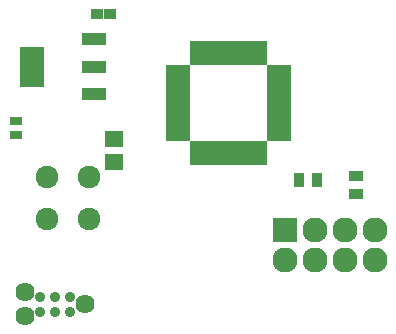
<source format=gts>
G04 #@! TF.FileFunction,Soldermask,Top*
%FSLAX46Y46*%
G04 Gerber Fmt 4.6, Leading zero omitted, Abs format (unit mm)*
G04 Created by KiCad (PCBNEW 4.0.2-stable) date Wed 04 May 2016 01:37:53 PM EDT*
%MOMM*%
G01*
G04 APERTURE LIST*
%ADD10C,0.100000*%
%ADD11R,1.000000X0.900000*%
%ADD12R,1.650000X1.400000*%
%ADD13R,1.100000X0.700000*%
%ADD14R,2.000000X0.950000*%
%ADD15R,0.950000X2.000000*%
%ADD16C,1.924000*%
%ADD17C,1.620000*%
%ADD18C,0.907000*%
%ADD19R,1.300000X0.900000*%
%ADD20R,0.900000X1.300000*%
%ADD21R,2.150000X1.100000*%
%ADD22R,2.150000X3.400000*%
%ADD23R,2.127200X2.127200*%
%ADD24O,2.127200X2.127200*%
G04 APERTURE END LIST*
D10*
D11*
X124450000Y-55600000D03*
X125550000Y-55600000D03*
D12*
X125900000Y-66200000D03*
X125900000Y-68200000D03*
D13*
X117600000Y-65925000D03*
X117600000Y-64675000D03*
D14*
X131350000Y-60400000D03*
X131350000Y-61200000D03*
X131350000Y-62000000D03*
X131350000Y-62800000D03*
X131350000Y-63600000D03*
X131350000Y-64400000D03*
X131350000Y-65200000D03*
X131350000Y-66000000D03*
D15*
X132800000Y-67450000D03*
X133600000Y-67450000D03*
X134400000Y-67450000D03*
X135200000Y-67450000D03*
X136000000Y-67450000D03*
X136800000Y-67450000D03*
X137600000Y-67450000D03*
X138400000Y-67450000D03*
D14*
X139850000Y-66000000D03*
X139850000Y-65200000D03*
X139850000Y-64400000D03*
X139850000Y-63600000D03*
X139850000Y-62800000D03*
X139850000Y-62000000D03*
X139850000Y-61200000D03*
X139850000Y-60400000D03*
D15*
X138400000Y-58950000D03*
X137600000Y-58950000D03*
X136800000Y-58950000D03*
X136000000Y-58950000D03*
X135200000Y-58950000D03*
X134400000Y-58950000D03*
X133600000Y-58950000D03*
X132800000Y-58950000D03*
D16*
X123767800Y-69432200D03*
X120232200Y-69432200D03*
X120232200Y-72967800D03*
X123767800Y-72967800D03*
D17*
X118360000Y-81251000D03*
X118360000Y-79219000D03*
X123440000Y-80235000D03*
D18*
X122170000Y-79600000D03*
X122170000Y-80870000D03*
X120900000Y-79600000D03*
X120900000Y-80870000D03*
X119630000Y-79600000D03*
X119630000Y-80870000D03*
D19*
X146400000Y-70850000D03*
X146400000Y-69350000D03*
D20*
X141550000Y-69700000D03*
X143050000Y-69700000D03*
D21*
X124225000Y-62400000D03*
X124225000Y-60100000D03*
X124225000Y-57800000D03*
D22*
X118975000Y-60100000D03*
D23*
X140345000Y-73950000D03*
D24*
X140345000Y-76490000D03*
X142885000Y-73950000D03*
X142885000Y-76490000D03*
X145425000Y-73950000D03*
X145425000Y-76490000D03*
X147965000Y-73950000D03*
X147965000Y-76490000D03*
M02*

</source>
